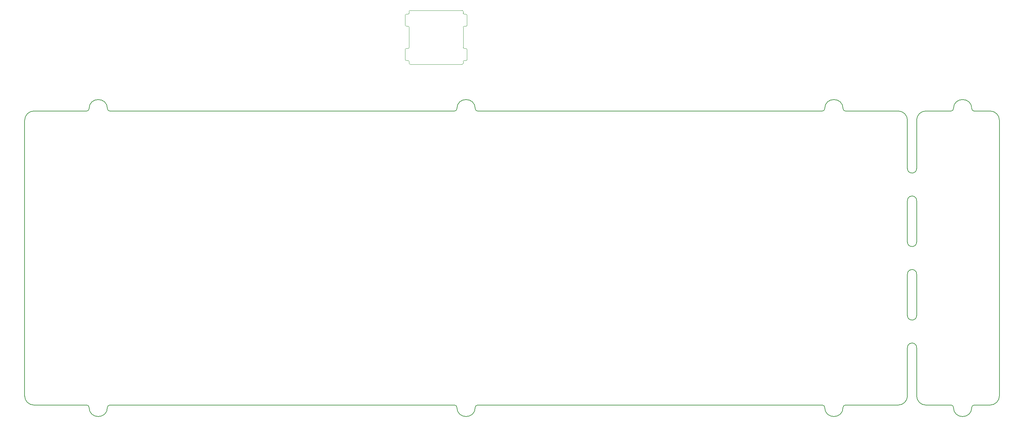
<source format=gbr>
G04 #@! TF.GenerationSoftware,KiCad,Pcbnew,(5.1.10-1-10_14)*
G04 #@! TF.CreationDate,2021-08-16T22:35:20-05:00*
G04 #@! TF.ProjectId,ori_top_plate,6f72695f-746f-4705-9f70-6c6174652e6b,rev?*
G04 #@! TF.SameCoordinates,Original*
G04 #@! TF.FileFunction,Profile,NP*
%FSLAX46Y46*%
G04 Gerber Fmt 4.6, Leading zero omitted, Abs format (unit mm)*
G04 Created by KiCad (PCBNEW (5.1.10-1-10_14)) date 2021-08-16 22:35:20*
%MOMM*%
%LPD*%
G01*
G04 APERTURE LIST*
G04 #@! TA.AperFunction,Profile*
%ADD10C,0.150000*%
G04 #@! TD*
G04 #@! TA.AperFunction,Profile*
%ADD11C,0.100000*%
G04 #@! TD*
G04 APERTURE END LIST*
D10*
X258392142Y-39873575D02*
G75*
G02*
X257796829Y-40468888I-595313J0D01*
G01*
X263749959Y-40468888D02*
G75*
G02*
X263154646Y-39873575I0J595313D01*
G01*
X353642222Y-39873575D02*
G75*
G02*
X353046909Y-40468888I-595313J0D01*
G01*
X359000039Y-40468888D02*
G75*
G02*
X358404726Y-39873575I0J595313D01*
G01*
X392337567Y-116668952D02*
X396505150Y-116669080D01*
X379836330Y-116669080D02*
X386384437Y-116668952D01*
X391742254Y-117264265D02*
G75*
G02*
X386979750Y-117264265I-2381252J0D01*
G01*
X391742254Y-117264265D02*
G75*
G02*
X392337567Y-116668952I595313J0D01*
G01*
X386384437Y-116668952D02*
G75*
G02*
X386979750Y-117264265I0J-595313D01*
G01*
X392337567Y-40468888D02*
X396505150Y-40468760D01*
X379836330Y-40468760D02*
X386384437Y-40468888D01*
X359000039Y-40468888D02*
X372692550Y-40468760D01*
X263749959Y-40468888D02*
X353046909Y-40468888D01*
X168499879Y-40468888D02*
X257796829Y-40468888D01*
X148854110Y-40468760D02*
X162546749Y-40468888D01*
X162546749Y-116668952D02*
X148854110Y-116669080D01*
X257796829Y-116668952D02*
X168499879Y-116668952D01*
X353046909Y-116668952D02*
X263749959Y-116668952D01*
X359000039Y-116668952D02*
X372692550Y-116669080D01*
X358404726Y-117264265D02*
G75*
G02*
X353642222Y-117264265I-2381252J0D01*
G01*
X358404726Y-117264265D02*
G75*
G02*
X359000039Y-116668952I595313J0D01*
G01*
X353046909Y-116668952D02*
G75*
G02*
X353642222Y-117264265I0J-595313D01*
G01*
X263154646Y-117264265D02*
G75*
G02*
X258392142Y-117264265I-2381252J0D01*
G01*
X263154646Y-117264265D02*
G75*
G02*
X263749959Y-116668952I595313J0D01*
G01*
X257796829Y-116668952D02*
G75*
G02*
X258392142Y-117264265I0J-595313D01*
G01*
X167904566Y-117264265D02*
G75*
G02*
X163142062Y-117264265I-2381252J0D01*
G01*
X167904566Y-117264265D02*
G75*
G02*
X168499879Y-116668952I595313J0D01*
G01*
X162546749Y-116668952D02*
G75*
G02*
X163142062Y-117264265I0J-595313D01*
G01*
X163142062Y-39873575D02*
G75*
G02*
X167904566Y-39873575I2381252J0D01*
G01*
X163142062Y-39873575D02*
G75*
G02*
X162546749Y-40468888I-595313J0D01*
G01*
X168499879Y-40468888D02*
G75*
G02*
X167904566Y-39873575I0J595313D01*
G01*
X258392142Y-39873575D02*
G75*
G02*
X263154646Y-39873575I2381252J0D01*
G01*
X353642222Y-39873575D02*
G75*
G02*
X358404726Y-39873575I2381252J0D01*
G01*
X386979750Y-39873575D02*
G75*
G02*
X386384437Y-40468888I-595313J0D01*
G01*
X392337567Y-40468888D02*
G75*
G02*
X391742254Y-39873575I0J595313D01*
G01*
X386979750Y-39873575D02*
G75*
G02*
X391742254Y-39873575I2381252J0D01*
G01*
X146472850Y-42850020D02*
X146472850Y-114287820D01*
X377455070Y-101786127D02*
X377455070Y-114287820D01*
X375073810Y-101786237D02*
X375073810Y-114287820D01*
X375073810Y-82736125D02*
X375073490Y-93451745D01*
X377455070Y-82736125D02*
X377455070Y-93451827D01*
X377455070Y-74401715D02*
X377454746Y-63686095D01*
X375073486Y-63686095D02*
X375073810Y-74401715D01*
X377455070Y-42850020D02*
X377455070Y-55351603D01*
X398886410Y-114287820D02*
X398886410Y-42850020D01*
X375073810Y-42850020D02*
X375073810Y-55351603D01*
X377455070Y-42850020D02*
G75*
G02*
X379836330Y-40468760I2381260J0D01*
G01*
X379836330Y-116669080D02*
G75*
G02*
X377455070Y-114287820I0J2381260D01*
G01*
X375073810Y-101786237D02*
G75*
G02*
X377455070Y-101786237I1190630J0D01*
G01*
X377455070Y-93451827D02*
G75*
G02*
X375073810Y-93451827I-1190630J0D01*
G01*
X375073810Y-82736125D02*
G75*
G02*
X377455070Y-82736125I1190630J0D01*
G01*
X377455070Y-74401715D02*
G75*
G02*
X375073810Y-74401715I-1190630J0D01*
G01*
X375073486Y-63686095D02*
G75*
G02*
X377454746Y-63686095I1190630J0D01*
G01*
X377455070Y-55351603D02*
G75*
G02*
X375073810Y-55351603I-1190630J0D01*
G01*
X396505150Y-40468760D02*
G75*
G02*
X398886410Y-42850020I0J-2381260D01*
G01*
X398886410Y-114287820D02*
G75*
G02*
X396505150Y-116669080I-2381260J0D01*
G01*
X372692550Y-40468760D02*
G75*
G02*
X375073810Y-42850020I0J-2381260D01*
G01*
X375073810Y-114287820D02*
G75*
G02*
X372692550Y-116669080I-2381260J0D01*
G01*
X148854110Y-116669080D02*
G75*
G02*
X146472850Y-114287820I0J2381260D01*
G01*
X146472850Y-42850020D02*
G75*
G02*
X148854110Y-40468760I2381260J0D01*
G01*
D11*
X246323410Y-28368920D02*
G75*
G02*
X246023410Y-28068920I0J300000D01*
G01*
X246023410Y-14668920D02*
G75*
G02*
X246323410Y-14368920I300000J0D01*
G01*
X259723410Y-14368920D02*
G75*
G02*
X260023410Y-14668920I0J-300000D01*
G01*
X261023410Y-18268920D02*
G75*
G02*
X260823410Y-18468920I-200000J0D01*
G01*
X260023410Y-18768920D02*
G75*
G02*
X260323410Y-18468920I300000J0D01*
G01*
X260023410Y-28068920D02*
G75*
G02*
X259723410Y-28368920I-300000J0D01*
G01*
X260323410Y-15368920D02*
G75*
G02*
X260023410Y-15068920I0J300000D01*
G01*
X260723410Y-15368920D02*
G75*
G02*
X261023410Y-15668920I0J-300000D01*
G01*
X260323410Y-24268920D02*
G75*
G02*
X260023410Y-23968920I0J300000D01*
G01*
X260723410Y-24268920D02*
G75*
G02*
X261023410Y-24568920I0J-300000D01*
G01*
X260023410Y-27668920D02*
G75*
G02*
X260323410Y-27368920I300000J0D01*
G01*
X261023410Y-27168920D02*
G75*
G02*
X260823410Y-27368920I-200000J0D01*
G01*
X245023410Y-24468920D02*
G75*
G02*
X245223410Y-24268920I200000J0D01*
G01*
X246023410Y-23968920D02*
G75*
G02*
X245723410Y-24268920I-300000J0D01*
G01*
X245323410Y-27368920D02*
G75*
G02*
X245023410Y-27068920I0J300000D01*
G01*
X245723410Y-27368920D02*
G75*
G02*
X246023410Y-27668920I0J-300000D01*
G01*
X246023410Y-15068920D02*
G75*
G02*
X245723410Y-15368920I-300000J0D01*
G01*
X245723410Y-18468920D02*
G75*
G02*
X246023410Y-18768920I0J-300000D01*
G01*
X245323410Y-18468920D02*
G75*
G02*
X245023410Y-18168920I0J300000D01*
G01*
X245023410Y-15568920D02*
G75*
G02*
X245223410Y-15368920I200000J0D01*
G01*
X245023410Y-15568920D02*
X245023410Y-18168920D01*
X245723410Y-18468920D02*
X245323410Y-18468920D01*
X245223410Y-15368920D02*
X245723410Y-15368920D01*
X245223410Y-24268920D02*
X245723410Y-24268920D01*
X245023410Y-24468920D02*
X245023410Y-27068920D01*
X245723410Y-27368920D02*
X245323410Y-27368920D01*
X260323410Y-24268920D02*
X260723410Y-24268920D01*
X261023410Y-27168920D02*
X261023410Y-24568920D01*
X260823410Y-27368920D02*
X260323410Y-27368920D01*
X260023410Y-14668920D02*
X260023410Y-15068920D01*
X260023410Y-23968920D02*
X260023410Y-18768920D01*
X260823410Y-18468920D02*
X260323410Y-18468920D01*
X261023410Y-18268920D02*
X261023410Y-15668920D01*
X260323410Y-15368920D02*
X260723410Y-15368920D01*
X260023410Y-27668920D02*
X260023410Y-28068920D01*
X246023410Y-15068920D02*
X246023410Y-14668920D01*
X246023410Y-18768920D02*
X246023410Y-23968920D01*
X259723410Y-14368920D02*
X246323410Y-14368920D01*
X246023410Y-28068920D02*
X246023410Y-27668920D01*
X259723410Y-28368920D02*
X246323410Y-28368920D01*
M02*

</source>
